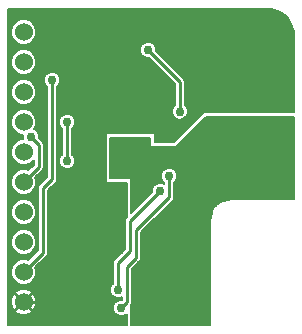
<source format=gbr>
%FSLAX46Y46*%
G04 Gerber Fmt 4.6, Leading zero omitted, Abs format (unit mm)*
G04 Created by KiCad (PCBNEW (2014-08-29 BZR 5106)-product) date Thu 16 Oct 2014 10:56:15 AM PDT*
%MOMM*%
G01*
G04 APERTURE LIST*
%ADD10C,0.100000*%
%ADD11C,1.524000*%
%ADD12C,0.762000*%
%ADD13C,0.254000*%
%ADD14C,0.203200*%
G04 APERTURE END LIST*
D10*
D11*
X128905000Y-124460000D03*
X128905000Y-121920000D03*
X128905000Y-119380000D03*
X128905000Y-116840000D03*
X128905000Y-114300000D03*
X128905000Y-111760000D03*
X128905000Y-109220000D03*
X128905000Y-106680000D03*
X128905000Y-104140000D03*
X128905000Y-101600000D03*
D12*
X141351000Y-110363000D03*
X145161000Y-102362000D03*
X141859000Y-102362000D03*
X144272000Y-101473000D03*
X142748000Y-101473000D03*
X133858000Y-101473000D03*
X132588000Y-104394000D03*
X135382000Y-104648000D03*
X132588000Y-118618000D03*
X149860000Y-101600000D03*
X148082000Y-104140000D03*
X145542000Y-108077000D03*
X147574000Y-108077000D03*
X149225000Y-108077000D03*
X151257000Y-108077000D03*
X150114000Y-107442000D03*
X144018000Y-107696000D03*
X135472151Y-109637849D03*
X137038099Y-120020099D03*
X132080000Y-125984000D03*
X131572000Y-115062000D03*
X132588000Y-116332000D03*
X135636000Y-102108000D03*
X134874000Y-101092000D03*
X132842000Y-102108000D03*
X132842000Y-107696000D03*
X133858000Y-106934000D03*
X135382000Y-106426000D03*
X138938000Y-107442000D03*
X138938000Y-104902000D03*
X139954000Y-106172000D03*
X133858000Y-110490000D03*
X133858000Y-112522000D03*
X131318000Y-105664000D03*
X136906000Y-113284000D03*
X136906000Y-111252000D03*
X138938000Y-113284000D03*
X138938000Y-111252000D03*
X137922000Y-112268000D03*
X139192000Y-126111000D03*
X146558000Y-109093000D03*
X149225000Y-109093000D03*
X147828000Y-110998000D03*
X148971000Y-110998000D03*
X148971000Y-112268000D03*
X149733000Y-114427000D03*
X150622000Y-115443000D03*
X147790788Y-115443000D03*
X146431000Y-115443000D03*
X145034000Y-116078000D03*
X144399000Y-117729000D03*
X144399000Y-119253000D03*
X144399000Y-121031000D03*
X144399000Y-122809000D03*
X144399000Y-124460000D03*
X144399000Y-126111000D03*
X141732000Y-126111000D03*
X138430000Y-123063000D03*
X141986000Y-120523000D03*
X141224000Y-123952000D03*
X144018000Y-110236000D03*
X142027096Y-113256603D03*
X144399000Y-114554000D03*
X141935210Y-114808000D03*
X141859000Y-116713000D03*
X140716000Y-117983000D03*
X139954000Y-119888000D03*
X138762114Y-121363114D03*
X138430000Y-124968000D03*
X147066000Y-113538000D03*
X145669000Y-112649000D03*
X151511000Y-111125000D03*
X151511000Y-113411000D03*
X150114000Y-110109000D03*
X151511000Y-109093000D03*
X151511000Y-115443000D03*
X136906000Y-123444000D03*
X140462000Y-115062000D03*
X141224000Y-113792000D03*
X137160000Y-124968000D03*
X129540000Y-110490000D03*
X132588000Y-112522000D03*
X132588000Y-109220000D03*
X142113000Y-108331000D03*
X139446000Y-103124000D03*
D13*
X141351000Y-110363000D02*
X138938000Y-107950000D01*
X138938000Y-107950000D02*
X138938000Y-107442000D01*
X145161000Y-106553000D02*
X145161000Y-102900815D01*
X144018000Y-107696000D02*
X145161000Y-106553000D01*
X145161000Y-102900815D02*
X145161000Y-102362000D01*
X144272000Y-101473000D02*
X145161000Y-102362000D01*
X141859000Y-101473000D02*
X141859000Y-102362000D01*
X141732000Y-101346000D02*
X141859000Y-101473000D01*
X142748000Y-101473000D02*
X144272000Y-101473000D01*
X142209185Y-101473000D02*
X142748000Y-101473000D01*
X141859000Y-101473000D02*
X142209185Y-101473000D01*
X134238999Y-101092001D02*
X133858000Y-101473000D01*
X134874000Y-101092000D02*
X134238999Y-101092001D01*
X132842000Y-102108000D02*
X132842000Y-104140000D01*
X132842000Y-104140000D02*
X132588000Y-104394000D01*
X135636000Y-102108000D02*
X135636000Y-104394000D01*
X135636000Y-104394000D02*
X135382000Y-104648000D01*
X131318000Y-119888000D02*
X132207001Y-118998999D01*
X131318000Y-120735146D02*
X131318000Y-119888000D01*
X132207001Y-118998999D02*
X132588000Y-118618000D01*
X132588000Y-116332000D02*
X132588000Y-118618000D01*
X149860000Y-101600000D02*
X148082000Y-103378000D01*
X148082000Y-103378000D02*
X148082000Y-104140000D01*
X145542000Y-108077000D02*
X145542000Y-106680000D01*
X145542000Y-106680000D02*
X148082000Y-104140000D01*
X149225000Y-108077000D02*
X147574000Y-108077000D01*
X134874000Y-101092000D02*
X135636000Y-101092000D01*
X135636000Y-101092000D02*
X135636000Y-102108000D01*
X136652000Y-102108000D02*
X137414000Y-101346000D01*
X137414000Y-101346000D02*
X141732000Y-101346000D01*
X135636000Y-102108000D02*
X136652000Y-102108000D01*
X133858000Y-110490000D02*
X133858000Y-109643989D01*
X134933336Y-109637849D02*
X134927196Y-109643989D01*
X133858000Y-109643989D02*
X133858000Y-108712000D01*
X134927196Y-109643989D02*
X133858000Y-109643989D01*
X135472151Y-109637849D02*
X134933336Y-109637849D01*
X133858000Y-108712000D02*
X132842000Y-107696000D01*
X133858000Y-112522000D02*
X133350000Y-113030000D01*
X133350000Y-113030000D02*
X133350000Y-114808000D01*
X133096000Y-115062000D02*
X131572000Y-115062000D01*
X133350000Y-114808000D02*
X133096000Y-115062000D01*
X131318000Y-124387558D02*
X131318000Y-120735146D01*
X137038099Y-120020099D02*
X136499284Y-120020099D01*
X136499284Y-120020099D02*
X135784237Y-120735146D01*
X135784237Y-120735146D02*
X131318000Y-120735146D01*
X131318000Y-125984000D02*
X131318000Y-124387558D01*
X128905000Y-124460000D02*
X129982630Y-124460000D01*
X129982630Y-124460000D02*
X130055072Y-124387558D01*
X130055072Y-124387558D02*
X131318000Y-124387558D01*
X132080000Y-125984000D02*
X131318000Y-125984000D01*
X131572000Y-116332000D02*
X132588000Y-116332000D01*
X131572000Y-115062000D02*
X131572000Y-116332000D01*
X132842000Y-107696000D02*
X133222999Y-107315001D01*
X133222999Y-107315001D02*
X133222999Y-102488999D01*
X133222999Y-102488999D02*
X132842000Y-102108000D01*
X133858000Y-106934000D02*
X134874000Y-106934000D01*
X134874000Y-106934000D02*
X135382000Y-106426000D01*
X137922000Y-106426000D02*
X135382000Y-106426000D01*
X138938000Y-107442000D02*
X137922000Y-106426000D01*
X139954000Y-106172000D02*
X139954000Y-105918000D01*
X139954000Y-105918000D02*
X138938000Y-104902000D01*
X133858000Y-111983185D02*
X133858000Y-110490000D01*
X133858000Y-112522000D02*
X133858000Y-111983185D01*
X128905000Y-121920000D02*
X130556000Y-120269000D01*
X130556000Y-120269000D02*
X130556000Y-114808000D01*
X130556000Y-114808000D02*
X131318000Y-114046000D01*
X131318000Y-114046000D02*
X131318000Y-106202815D01*
X131318000Y-106202815D02*
X131318000Y-105664000D01*
X137698815Y-112776000D02*
X137414000Y-112776000D01*
X138938000Y-111252000D02*
X136906000Y-113284000D01*
X138938000Y-113284000D02*
X138430000Y-112776000D01*
X137952815Y-112776000D02*
X137698815Y-112776000D01*
X138430000Y-112776000D02*
X137698815Y-112776000D01*
X138529604Y-112844789D02*
X138206815Y-112522000D01*
X138529604Y-112875604D02*
X138529604Y-112844789D01*
X138206815Y-112522000D02*
X137952815Y-112776000D01*
X137414000Y-112776000D02*
X137286999Y-112903001D01*
X137286999Y-112903001D02*
X136906000Y-113284000D01*
X142027096Y-113256603D02*
X141292493Y-112522000D01*
X141292493Y-112522000D02*
X138206815Y-112522000D01*
X138938000Y-111252000D02*
X136906000Y-111252000D01*
X139192000Y-125730000D02*
X139192000Y-126111000D01*
X138430000Y-124968000D02*
X139192000Y-125730000D01*
X145415000Y-110236000D02*
X146177001Y-109473999D01*
X146177001Y-109473999D02*
X146558000Y-109093000D01*
X144018000Y-110236000D02*
X145415000Y-110236000D01*
X150481133Y-110349133D02*
X149605999Y-109473999D01*
X150481133Y-110857133D02*
X150481133Y-110349133D01*
X149605999Y-109473999D02*
X149225000Y-109093000D01*
X148971000Y-110998000D02*
X147828000Y-110998000D01*
X149225000Y-110998000D02*
X148971000Y-110998000D01*
X150114000Y-110109000D02*
X149225000Y-110998000D01*
X148971000Y-112268000D02*
X148971000Y-110998000D01*
X151511000Y-115443000D02*
X150622000Y-115443000D01*
X146431000Y-115443000D02*
X147790788Y-115443000D01*
X144653001Y-116458999D02*
X145034000Y-116078000D01*
X144399000Y-116713000D02*
X144653001Y-116458999D01*
X144399000Y-117729000D02*
X144399000Y-116713000D01*
X144399000Y-121031000D02*
X144399000Y-119253000D01*
X144399000Y-124460000D02*
X144399000Y-122809000D01*
X141732000Y-126111000D02*
X144399000Y-126111000D01*
X138762114Y-121363114D02*
X138762114Y-122730886D01*
X138762114Y-122730886D02*
X138430000Y-123063000D01*
X141224000Y-123952000D02*
X141224000Y-123413185D01*
X141224000Y-123413185D02*
X141986000Y-122651185D01*
X141986000Y-122651185D02*
X141986000Y-120523000D01*
X144399000Y-114554000D02*
X143860185Y-114554000D01*
X143860185Y-114554000D02*
X142562788Y-113256603D01*
X142562788Y-113256603D02*
X142027096Y-113256603D01*
X141859000Y-116713000D02*
X141859000Y-114884210D01*
X141859000Y-114884210D02*
X141935210Y-114808000D01*
X139954000Y-119888000D02*
X139954000Y-118745000D01*
X139954000Y-118745000D02*
X140716000Y-117983000D01*
X145669000Y-112649000D02*
X146177000Y-112649000D01*
X146177000Y-112649000D02*
X147066000Y-113538000D01*
X151511000Y-111506000D02*
X150667428Y-110662428D01*
X151511000Y-111887000D02*
X150481133Y-110857133D01*
X150667428Y-110662428D02*
X150494999Y-110489999D01*
X150481133Y-110857133D02*
X150481133Y-110848723D01*
X150481133Y-110848723D02*
X150667428Y-110662428D01*
X151511000Y-111887000D02*
X151511000Y-111125000D01*
X151511000Y-109093000D02*
X151511000Y-111125000D01*
X151511000Y-112141000D02*
X151511000Y-113411000D01*
X150494999Y-110489999D02*
X150114000Y-110109000D01*
X151511000Y-112141000D02*
X151511000Y-111506000D01*
X151511000Y-112141000D02*
X151511000Y-111887000D01*
X136906000Y-123444000D02*
X136906000Y-121158000D01*
X136906000Y-121158000D02*
X137922000Y-120142000D01*
X137922000Y-120142000D02*
X137922000Y-117602000D01*
X137922000Y-117602000D02*
X140462000Y-115062000D01*
X137160000Y-124968000D02*
X137668000Y-124460000D01*
X137668000Y-124460000D02*
X137668000Y-121451426D01*
X137668000Y-121451426D02*
X138430000Y-120689426D01*
X138430000Y-120689426D02*
X138430000Y-118385646D01*
X138430000Y-118385646D02*
X141224000Y-115591646D01*
X141224000Y-115591646D02*
X141224000Y-114330815D01*
X141224000Y-114330815D02*
X141224000Y-113792000D01*
X141224000Y-115023447D02*
X141224000Y-114330815D01*
X130174999Y-111124999D02*
X129920999Y-110870999D01*
X130174999Y-113030001D02*
X130174999Y-111124999D01*
X128905000Y-114300000D02*
X130174999Y-113030001D01*
X129920999Y-110870999D02*
X129540000Y-110490000D01*
X132588000Y-109220000D02*
X132588000Y-112522000D01*
X132588000Y-112237185D02*
X132588000Y-109220000D01*
X142113000Y-107792185D02*
X142113000Y-108331000D01*
X142113000Y-105791000D02*
X142113000Y-107792185D01*
X139446000Y-103124000D02*
X142113000Y-105791000D01*
D14*
G36*
X151790400Y-115722400D02*
X147574000Y-115722400D01*
X146545492Y-115722400D01*
X145490057Y-115986259D01*
X144942259Y-116534057D01*
X144678400Y-117589492D01*
X144678400Y-126390400D01*
X138023600Y-126390400D01*
X138023600Y-124690092D01*
X138066931Y-124625243D01*
X138099800Y-124460000D01*
X138099800Y-121630284D01*
X138735329Y-120994755D01*
X138828931Y-120854669D01*
X138828931Y-120854668D01*
X138834384Y-120827252D01*
X138861800Y-120689426D01*
X138861801Y-120689426D01*
X138861800Y-120689420D01*
X138861800Y-118564503D01*
X141529325Y-115896977D01*
X141529329Y-115896975D01*
X141529329Y-115896974D01*
X141622931Y-115756889D01*
X141622931Y-115756888D01*
X141628384Y-115729472D01*
X141655800Y-115591646D01*
X141655801Y-115591646D01*
X141655800Y-115591640D01*
X141655800Y-115023447D01*
X141655800Y-114330815D01*
X141655800Y-114329975D01*
X141805054Y-114180982D01*
X141909681Y-113929013D01*
X141909919Y-113656184D01*
X141805732Y-113404033D01*
X141612982Y-113210946D01*
X141361013Y-113106319D01*
X141088184Y-113106081D01*
X140836033Y-113210268D01*
X140642946Y-113403018D01*
X140538319Y-113654987D01*
X140538081Y-113927816D01*
X140642268Y-114179967D01*
X140792200Y-114330161D01*
X140792200Y-114330815D01*
X140792200Y-114456537D01*
X140599013Y-114376319D01*
X140326184Y-114376081D01*
X140074033Y-114480268D01*
X139880946Y-114673018D01*
X139776319Y-114924987D01*
X139776133Y-115137208D01*
X138023600Y-116889742D01*
X138023600Y-113944400D01*
X136245600Y-113944400D01*
X136245600Y-110591600D01*
X139598400Y-110591600D01*
X139598400Y-111353600D01*
X141774084Y-111353600D01*
X144314084Y-108813600D01*
X151790400Y-108813600D01*
X151790400Y-115722400D01*
X151790400Y-115722400D01*
G37*
X151790400Y-115722400D02*
X147574000Y-115722400D01*
X146545492Y-115722400D01*
X145490057Y-115986259D01*
X144942259Y-116534057D01*
X144678400Y-117589492D01*
X144678400Y-126390400D01*
X138023600Y-126390400D01*
X138023600Y-124690092D01*
X138066931Y-124625243D01*
X138099800Y-124460000D01*
X138099800Y-121630284D01*
X138735329Y-120994755D01*
X138828931Y-120854669D01*
X138828931Y-120854668D01*
X138834384Y-120827252D01*
X138861800Y-120689426D01*
X138861801Y-120689426D01*
X138861800Y-120689420D01*
X138861800Y-118564503D01*
X141529325Y-115896977D01*
X141529329Y-115896975D01*
X141529329Y-115896974D01*
X141622931Y-115756889D01*
X141622931Y-115756888D01*
X141628384Y-115729472D01*
X141655800Y-115591646D01*
X141655801Y-115591646D01*
X141655800Y-115591640D01*
X141655800Y-115023447D01*
X141655800Y-114330815D01*
X141655800Y-114329975D01*
X141805054Y-114180982D01*
X141909681Y-113929013D01*
X141909919Y-113656184D01*
X141805732Y-113404033D01*
X141612982Y-113210946D01*
X141361013Y-113106319D01*
X141088184Y-113106081D01*
X140836033Y-113210268D01*
X140642946Y-113403018D01*
X140538319Y-113654987D01*
X140538081Y-113927816D01*
X140642268Y-114179967D01*
X140792200Y-114330161D01*
X140792200Y-114330815D01*
X140792200Y-114456537D01*
X140599013Y-114376319D01*
X140326184Y-114376081D01*
X140074033Y-114480268D01*
X139880946Y-114673018D01*
X139776319Y-114924987D01*
X139776133Y-115137208D01*
X138023600Y-116889742D01*
X138023600Y-113944400D01*
X136245600Y-113944400D01*
X136245600Y-110591600D01*
X139598400Y-110591600D01*
X139598400Y-111353600D01*
X141774084Y-111353600D01*
X144314084Y-108813600D01*
X151790400Y-108813600D01*
X151790400Y-115722400D01*
G36*
X151790400Y-108407200D02*
X151511598Y-108407200D01*
X151375184Y-108407081D01*
X151374895Y-108407200D01*
X149225598Y-108407200D01*
X149089184Y-108407081D01*
X149088895Y-108407200D01*
X146558598Y-108407200D01*
X146422184Y-108407081D01*
X146421895Y-108407200D01*
X144145748Y-108407200D01*
X142798919Y-109754029D01*
X142798919Y-108195184D01*
X142694732Y-107943033D01*
X142544800Y-107792838D01*
X142544800Y-107792185D01*
X142544800Y-105791005D01*
X142544800Y-105791000D01*
X142544801Y-105791000D01*
X142511932Y-105625758D01*
X142511931Y-105625757D01*
X142480872Y-105579274D01*
X142418329Y-105485672D01*
X142418329Y-105485671D01*
X142418325Y-105485668D01*
X140131735Y-103199077D01*
X140131919Y-102988184D01*
X140027732Y-102736033D01*
X139834982Y-102542946D01*
X139583013Y-102438319D01*
X139310184Y-102438081D01*
X139058033Y-102542268D01*
X138864946Y-102735018D01*
X138760319Y-102986987D01*
X138760081Y-103259816D01*
X138864268Y-103511967D01*
X139057018Y-103705054D01*
X139308987Y-103809681D01*
X139521208Y-103809866D01*
X141681200Y-105969857D01*
X141681200Y-107792185D01*
X141681200Y-107793024D01*
X141531946Y-107942018D01*
X141427319Y-108193987D01*
X141427081Y-108466816D01*
X141531268Y-108718967D01*
X141724018Y-108912054D01*
X141975987Y-109016681D01*
X142248816Y-109016919D01*
X142500967Y-108912732D01*
X142694054Y-108719982D01*
X142798681Y-108468013D01*
X142798919Y-108195184D01*
X142798919Y-109754029D01*
X141605748Y-110947200D01*
X140004800Y-110947200D01*
X140004800Y-110185200D01*
X135839200Y-110185200D01*
X135839200Y-114350800D01*
X137617200Y-114350800D01*
X137617200Y-117296142D01*
X137616671Y-117296671D01*
X137523069Y-117436757D01*
X137490200Y-117602000D01*
X137490200Y-119963142D01*
X136600671Y-120852671D01*
X136507069Y-120992757D01*
X136474200Y-121158000D01*
X136474200Y-122906024D01*
X136324946Y-123055018D01*
X136220319Y-123306987D01*
X136220081Y-123579816D01*
X136324268Y-123831967D01*
X136517018Y-124025054D01*
X136768987Y-124129681D01*
X137041816Y-124129919D01*
X137236200Y-124049600D01*
X137236200Y-124281142D01*
X137235077Y-124282264D01*
X137024184Y-124282081D01*
X136772033Y-124386268D01*
X136578946Y-124579018D01*
X136474319Y-124830987D01*
X136474081Y-125103816D01*
X136578268Y-125355967D01*
X136771018Y-125549054D01*
X137022987Y-125653681D01*
X137295816Y-125653919D01*
X137547967Y-125549732D01*
X137617200Y-125480619D01*
X137617200Y-126390400D01*
X133273919Y-126390400D01*
X133273919Y-112386184D01*
X133169732Y-112134033D01*
X133019800Y-111983838D01*
X133019800Y-109757975D01*
X133169054Y-109608982D01*
X133273681Y-109357013D01*
X133273919Y-109084184D01*
X133169732Y-108832033D01*
X132976982Y-108638946D01*
X132725013Y-108534319D01*
X132452184Y-108534081D01*
X132200033Y-108638268D01*
X132006946Y-108831018D01*
X132003919Y-108838307D01*
X132003919Y-105528184D01*
X131899732Y-105276033D01*
X131706982Y-105082946D01*
X131455013Y-104978319D01*
X131182184Y-104978081D01*
X130930033Y-105082268D01*
X130736946Y-105275018D01*
X130632319Y-105526987D01*
X130632081Y-105799816D01*
X130736268Y-106051967D01*
X130886200Y-106202161D01*
X130886200Y-106202815D01*
X130886200Y-113867142D01*
X130606800Y-114146542D01*
X130606800Y-113030001D01*
X130606799Y-113029995D01*
X130606799Y-111124999D01*
X130573930Y-110959756D01*
X130480328Y-110819670D01*
X130226328Y-110565670D01*
X130225735Y-110565077D01*
X130225919Y-110354184D01*
X130121732Y-110102033D01*
X129928982Y-109908946D01*
X129784818Y-109849084D01*
X129808862Y-109825083D01*
X129971615Y-109433131D01*
X129971985Y-109008731D01*
X129971985Y-106468731D01*
X129971985Y-103928731D01*
X129971985Y-101388731D01*
X129809916Y-100996496D01*
X129510083Y-100696138D01*
X129118131Y-100533385D01*
X128693731Y-100533015D01*
X128301496Y-100695084D01*
X128001138Y-100994917D01*
X127838385Y-101386869D01*
X127838015Y-101811269D01*
X128000084Y-102203504D01*
X128299917Y-102503862D01*
X128691869Y-102666615D01*
X129116269Y-102666985D01*
X129508504Y-102504916D01*
X129808862Y-102205083D01*
X129971615Y-101813131D01*
X129971985Y-101388731D01*
X129971985Y-103928731D01*
X129809916Y-103536496D01*
X129510083Y-103236138D01*
X129118131Y-103073385D01*
X128693731Y-103073015D01*
X128301496Y-103235084D01*
X128001138Y-103534917D01*
X127838385Y-103926869D01*
X127838015Y-104351269D01*
X128000084Y-104743504D01*
X128299917Y-105043862D01*
X128691869Y-105206615D01*
X129116269Y-105206985D01*
X129508504Y-105044916D01*
X129808862Y-104745083D01*
X129971615Y-104353131D01*
X129971985Y-103928731D01*
X129971985Y-106468731D01*
X129809916Y-106076496D01*
X129510083Y-105776138D01*
X129118131Y-105613385D01*
X128693731Y-105613015D01*
X128301496Y-105775084D01*
X128001138Y-106074917D01*
X127838385Y-106466869D01*
X127838015Y-106891269D01*
X128000084Y-107283504D01*
X128299917Y-107583862D01*
X128691869Y-107746615D01*
X129116269Y-107746985D01*
X129508504Y-107584916D01*
X129808862Y-107285083D01*
X129971615Y-106893131D01*
X129971985Y-106468731D01*
X129971985Y-109008731D01*
X129809916Y-108616496D01*
X129510083Y-108316138D01*
X129118131Y-108153385D01*
X128693731Y-108153015D01*
X128301496Y-108315084D01*
X128001138Y-108614917D01*
X127838385Y-109006869D01*
X127838015Y-109431269D01*
X128000084Y-109823504D01*
X128299917Y-110123862D01*
X128691869Y-110286615D01*
X128881810Y-110286780D01*
X128854319Y-110352987D01*
X128854081Y-110625816D01*
X128881914Y-110693179D01*
X128693731Y-110693015D01*
X128301496Y-110855084D01*
X128001138Y-111154917D01*
X127838385Y-111546869D01*
X127838015Y-111971269D01*
X128000084Y-112363504D01*
X128299917Y-112663862D01*
X128691869Y-112826615D01*
X129116269Y-112826985D01*
X129508504Y-112664916D01*
X129743199Y-112430631D01*
X129743199Y-112851143D01*
X129289710Y-113304631D01*
X129118131Y-113233385D01*
X128693731Y-113233015D01*
X128301496Y-113395084D01*
X128001138Y-113694917D01*
X127838385Y-114086869D01*
X127838015Y-114511269D01*
X128000084Y-114903504D01*
X128299917Y-115203862D01*
X128691869Y-115366615D01*
X129116269Y-115366985D01*
X129508504Y-115204916D01*
X129808862Y-114905083D01*
X129971615Y-114513131D01*
X129971985Y-114088731D01*
X129900334Y-113915323D01*
X130480328Y-113335330D01*
X130573930Y-113195244D01*
X130573930Y-113195243D01*
X130579383Y-113167827D01*
X130606799Y-113030001D01*
X130606800Y-113030001D01*
X130606800Y-114146542D01*
X130250671Y-114502671D01*
X130157069Y-114642757D01*
X130124200Y-114808000D01*
X130124200Y-120090142D01*
X129971985Y-120242357D01*
X129971985Y-119168731D01*
X129971985Y-116628731D01*
X129809916Y-116236496D01*
X129510083Y-115936138D01*
X129118131Y-115773385D01*
X128693731Y-115773015D01*
X128301496Y-115935084D01*
X128001138Y-116234917D01*
X127838385Y-116626869D01*
X127838015Y-117051269D01*
X128000084Y-117443504D01*
X128299917Y-117743862D01*
X128691869Y-117906615D01*
X129116269Y-117906985D01*
X129508504Y-117744916D01*
X129808862Y-117445083D01*
X129971615Y-117053131D01*
X129971985Y-116628731D01*
X129971985Y-119168731D01*
X129809916Y-118776496D01*
X129510083Y-118476138D01*
X129118131Y-118313385D01*
X128693731Y-118313015D01*
X128301496Y-118475084D01*
X128001138Y-118774917D01*
X127838385Y-119166869D01*
X127838015Y-119591269D01*
X128000084Y-119983504D01*
X128299917Y-120283862D01*
X128691869Y-120446615D01*
X129116269Y-120446985D01*
X129508504Y-120284916D01*
X129808862Y-119985083D01*
X129971615Y-119593131D01*
X129971985Y-119168731D01*
X129971985Y-120242357D01*
X129289711Y-120924631D01*
X129118131Y-120853385D01*
X128693731Y-120853015D01*
X128301496Y-121015084D01*
X128001138Y-121314917D01*
X127838385Y-121706869D01*
X127838015Y-122131269D01*
X128000084Y-122523504D01*
X128299917Y-122823862D01*
X128691869Y-122986615D01*
X129116269Y-122986985D01*
X129508504Y-122824916D01*
X129808862Y-122525083D01*
X129971615Y-122133131D01*
X129971985Y-121708731D01*
X129900334Y-121535323D01*
X130861325Y-120574331D01*
X130861329Y-120574329D01*
X130861329Y-120574328D01*
X130923872Y-120480726D01*
X130954931Y-120434243D01*
X130954932Y-120434242D01*
X130987800Y-120269000D01*
X130987801Y-120269000D01*
X130987800Y-120268994D01*
X130987800Y-114986858D01*
X131623329Y-114351329D01*
X131716931Y-114211243D01*
X131716931Y-114211242D01*
X131722384Y-114183826D01*
X131749800Y-114046000D01*
X131749801Y-114046000D01*
X131749800Y-114045994D01*
X131749800Y-106202815D01*
X131749800Y-106201975D01*
X131899054Y-106052982D01*
X132003681Y-105801013D01*
X132003919Y-105528184D01*
X132003919Y-108838307D01*
X131902319Y-109082987D01*
X131902081Y-109355816D01*
X132006268Y-109607967D01*
X132156200Y-109758161D01*
X132156200Y-111984024D01*
X132006946Y-112133018D01*
X131902319Y-112384987D01*
X131902081Y-112657816D01*
X132006268Y-112909967D01*
X132199018Y-113103054D01*
X132450987Y-113207681D01*
X132723816Y-113207919D01*
X132975967Y-113103732D01*
X133169054Y-112910982D01*
X133273681Y-112659013D01*
X133273919Y-112386184D01*
X133273919Y-126390400D01*
X129975042Y-126390400D01*
X129975042Y-124264805D01*
X129818892Y-123870175D01*
X129799658Y-123841390D01*
X129637973Y-123762948D01*
X129602052Y-123798869D01*
X129602052Y-123727027D01*
X129523610Y-123565342D01*
X129134151Y-123396712D01*
X128709805Y-123389958D01*
X128315175Y-123546108D01*
X128286390Y-123565342D01*
X128207948Y-123727027D01*
X128905000Y-124424079D01*
X129602052Y-123727027D01*
X129602052Y-123798869D01*
X128940921Y-124460000D01*
X129637973Y-125157052D01*
X129799658Y-125078610D01*
X129968288Y-124689151D01*
X129975042Y-124264805D01*
X129975042Y-126390400D01*
X129602052Y-126390400D01*
X129602052Y-125192973D01*
X128905000Y-124495921D01*
X128869079Y-124531842D01*
X128869079Y-124460000D01*
X128172027Y-123762948D01*
X128010342Y-123841390D01*
X127841712Y-124230849D01*
X127834958Y-124655195D01*
X127991108Y-125049825D01*
X128010342Y-125078610D01*
X128172027Y-125157052D01*
X128869079Y-124460000D01*
X128869079Y-124531842D01*
X128207948Y-125192973D01*
X128286390Y-125354658D01*
X128675849Y-125523288D01*
X129100195Y-125530042D01*
X129494825Y-125373892D01*
X129523610Y-125354658D01*
X129602052Y-125192973D01*
X129602052Y-126390400D01*
X127609600Y-126390400D01*
X127609600Y-99669600D01*
X149843513Y-99669600D01*
X150583021Y-99916103D01*
X151069816Y-100159500D01*
X151300500Y-100390184D01*
X151543897Y-100876979D01*
X151790400Y-101616487D01*
X151790400Y-108407200D01*
X151790400Y-108407200D01*
G37*
X151790400Y-108407200D02*
X151511598Y-108407200D01*
X151375184Y-108407081D01*
X151374895Y-108407200D01*
X149225598Y-108407200D01*
X149089184Y-108407081D01*
X149088895Y-108407200D01*
X146558598Y-108407200D01*
X146422184Y-108407081D01*
X146421895Y-108407200D01*
X144145748Y-108407200D01*
X142798919Y-109754029D01*
X142798919Y-108195184D01*
X142694732Y-107943033D01*
X142544800Y-107792838D01*
X142544800Y-107792185D01*
X142544800Y-105791005D01*
X142544800Y-105791000D01*
X142544801Y-105791000D01*
X142511932Y-105625758D01*
X142511931Y-105625757D01*
X142480872Y-105579274D01*
X142418329Y-105485672D01*
X142418329Y-105485671D01*
X142418325Y-105485668D01*
X140131735Y-103199077D01*
X140131919Y-102988184D01*
X140027732Y-102736033D01*
X139834982Y-102542946D01*
X139583013Y-102438319D01*
X139310184Y-102438081D01*
X139058033Y-102542268D01*
X138864946Y-102735018D01*
X138760319Y-102986987D01*
X138760081Y-103259816D01*
X138864268Y-103511967D01*
X139057018Y-103705054D01*
X139308987Y-103809681D01*
X139521208Y-103809866D01*
X141681200Y-105969857D01*
X141681200Y-107792185D01*
X141681200Y-107793024D01*
X141531946Y-107942018D01*
X141427319Y-108193987D01*
X141427081Y-108466816D01*
X141531268Y-108718967D01*
X141724018Y-108912054D01*
X141975987Y-109016681D01*
X142248816Y-109016919D01*
X142500967Y-108912732D01*
X142694054Y-108719982D01*
X142798681Y-108468013D01*
X142798919Y-108195184D01*
X142798919Y-109754029D01*
X141605748Y-110947200D01*
X140004800Y-110947200D01*
X140004800Y-110185200D01*
X135839200Y-110185200D01*
X135839200Y-114350800D01*
X137617200Y-114350800D01*
X137617200Y-117296142D01*
X137616671Y-117296671D01*
X137523069Y-117436757D01*
X137490200Y-117602000D01*
X137490200Y-119963142D01*
X136600671Y-120852671D01*
X136507069Y-120992757D01*
X136474200Y-121158000D01*
X136474200Y-122906024D01*
X136324946Y-123055018D01*
X136220319Y-123306987D01*
X136220081Y-123579816D01*
X136324268Y-123831967D01*
X136517018Y-124025054D01*
X136768987Y-124129681D01*
X137041816Y-124129919D01*
X137236200Y-124049600D01*
X137236200Y-124281142D01*
X137235077Y-124282264D01*
X137024184Y-124282081D01*
X136772033Y-124386268D01*
X136578946Y-124579018D01*
X136474319Y-124830987D01*
X136474081Y-125103816D01*
X136578268Y-125355967D01*
X136771018Y-125549054D01*
X137022987Y-125653681D01*
X137295816Y-125653919D01*
X137547967Y-125549732D01*
X137617200Y-125480619D01*
X137617200Y-126390400D01*
X133273919Y-126390400D01*
X133273919Y-112386184D01*
X133169732Y-112134033D01*
X133019800Y-111983838D01*
X133019800Y-109757975D01*
X133169054Y-109608982D01*
X133273681Y-109357013D01*
X133273919Y-109084184D01*
X133169732Y-108832033D01*
X132976982Y-108638946D01*
X132725013Y-108534319D01*
X132452184Y-108534081D01*
X132200033Y-108638268D01*
X132006946Y-108831018D01*
X132003919Y-108838307D01*
X132003919Y-105528184D01*
X131899732Y-105276033D01*
X131706982Y-105082946D01*
X131455013Y-104978319D01*
X131182184Y-104978081D01*
X130930033Y-105082268D01*
X130736946Y-105275018D01*
X130632319Y-105526987D01*
X130632081Y-105799816D01*
X130736268Y-106051967D01*
X130886200Y-106202161D01*
X130886200Y-106202815D01*
X130886200Y-113867142D01*
X130606800Y-114146542D01*
X130606800Y-113030001D01*
X130606799Y-113029995D01*
X130606799Y-111124999D01*
X130573930Y-110959756D01*
X130480328Y-110819670D01*
X130226328Y-110565670D01*
X130225735Y-110565077D01*
X130225919Y-110354184D01*
X130121732Y-110102033D01*
X129928982Y-109908946D01*
X129784818Y-109849084D01*
X129808862Y-109825083D01*
X129971615Y-109433131D01*
X129971985Y-109008731D01*
X129971985Y-106468731D01*
X129971985Y-103928731D01*
X129971985Y-101388731D01*
X129809916Y-100996496D01*
X129510083Y-100696138D01*
X129118131Y-100533385D01*
X128693731Y-100533015D01*
X128301496Y-100695084D01*
X128001138Y-100994917D01*
X127838385Y-101386869D01*
X127838015Y-101811269D01*
X128000084Y-102203504D01*
X128299917Y-102503862D01*
X128691869Y-102666615D01*
X129116269Y-102666985D01*
X129508504Y-102504916D01*
X129808862Y-102205083D01*
X129971615Y-101813131D01*
X129971985Y-101388731D01*
X129971985Y-103928731D01*
X129809916Y-103536496D01*
X129510083Y-103236138D01*
X129118131Y-103073385D01*
X128693731Y-103073015D01*
X128301496Y-103235084D01*
X128001138Y-103534917D01*
X127838385Y-103926869D01*
X127838015Y-104351269D01*
X128000084Y-104743504D01*
X128299917Y-105043862D01*
X128691869Y-105206615D01*
X129116269Y-105206985D01*
X129508504Y-105044916D01*
X129808862Y-104745083D01*
X129971615Y-104353131D01*
X129971985Y-103928731D01*
X129971985Y-106468731D01*
X129809916Y-106076496D01*
X129510083Y-105776138D01*
X129118131Y-105613385D01*
X128693731Y-105613015D01*
X128301496Y-105775084D01*
X128001138Y-106074917D01*
X127838385Y-106466869D01*
X127838015Y-106891269D01*
X128000084Y-107283504D01*
X128299917Y-107583862D01*
X128691869Y-107746615D01*
X129116269Y-107746985D01*
X129508504Y-107584916D01*
X129808862Y-107285083D01*
X129971615Y-106893131D01*
X129971985Y-106468731D01*
X129971985Y-109008731D01*
X129809916Y-108616496D01*
X129510083Y-108316138D01*
X129118131Y-108153385D01*
X128693731Y-108153015D01*
X128301496Y-108315084D01*
X128001138Y-108614917D01*
X127838385Y-109006869D01*
X127838015Y-109431269D01*
X128000084Y-109823504D01*
X128299917Y-110123862D01*
X128691869Y-110286615D01*
X128881810Y-110286780D01*
X128854319Y-110352987D01*
X128854081Y-110625816D01*
X128881914Y-110693179D01*
X128693731Y-110693015D01*
X128301496Y-110855084D01*
X128001138Y-111154917D01*
X127838385Y-111546869D01*
X127838015Y-111971269D01*
X128000084Y-112363504D01*
X128299917Y-112663862D01*
X128691869Y-112826615D01*
X129116269Y-112826985D01*
X129508504Y-112664916D01*
X129743199Y-112430631D01*
X129743199Y-112851143D01*
X129289710Y-113304631D01*
X129118131Y-113233385D01*
X128693731Y-113233015D01*
X128301496Y-113395084D01*
X128001138Y-113694917D01*
X127838385Y-114086869D01*
X127838015Y-114511269D01*
X128000084Y-114903504D01*
X128299917Y-115203862D01*
X128691869Y-115366615D01*
X129116269Y-115366985D01*
X129508504Y-115204916D01*
X129808862Y-114905083D01*
X129971615Y-114513131D01*
X129971985Y-114088731D01*
X129900334Y-113915323D01*
X130480328Y-113335330D01*
X130573930Y-113195244D01*
X130573930Y-113195243D01*
X130579383Y-113167827D01*
X130606799Y-113030001D01*
X130606800Y-113030001D01*
X130606800Y-114146542D01*
X130250671Y-114502671D01*
X130157069Y-114642757D01*
X130124200Y-114808000D01*
X130124200Y-120090142D01*
X129971985Y-120242357D01*
X129971985Y-119168731D01*
X129971985Y-116628731D01*
X129809916Y-116236496D01*
X129510083Y-115936138D01*
X129118131Y-115773385D01*
X128693731Y-115773015D01*
X128301496Y-115935084D01*
X128001138Y-116234917D01*
X127838385Y-116626869D01*
X127838015Y-117051269D01*
X128000084Y-117443504D01*
X128299917Y-117743862D01*
X128691869Y-117906615D01*
X129116269Y-117906985D01*
X129508504Y-117744916D01*
X129808862Y-117445083D01*
X129971615Y-117053131D01*
X129971985Y-116628731D01*
X129971985Y-119168731D01*
X129809916Y-118776496D01*
X129510083Y-118476138D01*
X129118131Y-118313385D01*
X128693731Y-118313015D01*
X128301496Y-118475084D01*
X128001138Y-118774917D01*
X127838385Y-119166869D01*
X127838015Y-119591269D01*
X128000084Y-119983504D01*
X128299917Y-120283862D01*
X128691869Y-120446615D01*
X129116269Y-120446985D01*
X129508504Y-120284916D01*
X129808862Y-119985083D01*
X129971615Y-119593131D01*
X129971985Y-119168731D01*
X129971985Y-120242357D01*
X129289711Y-120924631D01*
X129118131Y-120853385D01*
X128693731Y-120853015D01*
X128301496Y-121015084D01*
X128001138Y-121314917D01*
X127838385Y-121706869D01*
X127838015Y-122131269D01*
X128000084Y-122523504D01*
X128299917Y-122823862D01*
X128691869Y-122986615D01*
X129116269Y-122986985D01*
X129508504Y-122824916D01*
X129808862Y-122525083D01*
X129971615Y-122133131D01*
X129971985Y-121708731D01*
X129900334Y-121535323D01*
X130861325Y-120574331D01*
X130861329Y-120574329D01*
X130861329Y-120574328D01*
X130923872Y-120480726D01*
X130954931Y-120434243D01*
X130954932Y-120434242D01*
X130987800Y-120269000D01*
X130987801Y-120269000D01*
X130987800Y-120268994D01*
X130987800Y-114986858D01*
X131623329Y-114351329D01*
X131716931Y-114211243D01*
X131716931Y-114211242D01*
X131722384Y-114183826D01*
X131749800Y-114046000D01*
X131749801Y-114046000D01*
X131749800Y-114045994D01*
X131749800Y-106202815D01*
X131749800Y-106201975D01*
X131899054Y-106052982D01*
X132003681Y-105801013D01*
X132003919Y-105528184D01*
X132003919Y-108838307D01*
X131902319Y-109082987D01*
X131902081Y-109355816D01*
X132006268Y-109607967D01*
X132156200Y-109758161D01*
X132156200Y-111984024D01*
X132006946Y-112133018D01*
X131902319Y-112384987D01*
X131902081Y-112657816D01*
X132006268Y-112909967D01*
X132199018Y-113103054D01*
X132450987Y-113207681D01*
X132723816Y-113207919D01*
X132975967Y-113103732D01*
X133169054Y-112910982D01*
X133273681Y-112659013D01*
X133273919Y-112386184D01*
X133273919Y-126390400D01*
X129975042Y-126390400D01*
X129975042Y-124264805D01*
X129818892Y-123870175D01*
X129799658Y-123841390D01*
X129637973Y-123762948D01*
X129602052Y-123798869D01*
X129602052Y-123727027D01*
X129523610Y-123565342D01*
X129134151Y-123396712D01*
X128709805Y-123389958D01*
X128315175Y-123546108D01*
X128286390Y-123565342D01*
X128207948Y-123727027D01*
X128905000Y-124424079D01*
X129602052Y-123727027D01*
X129602052Y-123798869D01*
X128940921Y-124460000D01*
X129637973Y-125157052D01*
X129799658Y-125078610D01*
X129968288Y-124689151D01*
X129975042Y-124264805D01*
X129975042Y-126390400D01*
X129602052Y-126390400D01*
X129602052Y-125192973D01*
X128905000Y-124495921D01*
X128869079Y-124531842D01*
X128869079Y-124460000D01*
X128172027Y-123762948D01*
X128010342Y-123841390D01*
X127841712Y-124230849D01*
X127834958Y-124655195D01*
X127991108Y-125049825D01*
X128010342Y-125078610D01*
X128172027Y-125157052D01*
X128869079Y-124460000D01*
X128869079Y-124531842D01*
X128207948Y-125192973D01*
X128286390Y-125354658D01*
X128675849Y-125523288D01*
X129100195Y-125530042D01*
X129494825Y-125373892D01*
X129523610Y-125354658D01*
X129602052Y-125192973D01*
X129602052Y-126390400D01*
X127609600Y-126390400D01*
X127609600Y-99669600D01*
X149843513Y-99669600D01*
X150583021Y-99916103D01*
X151069816Y-100159500D01*
X151300500Y-100390184D01*
X151543897Y-100876979D01*
X151790400Y-101616487D01*
X151790400Y-108407200D01*
M02*

</source>
